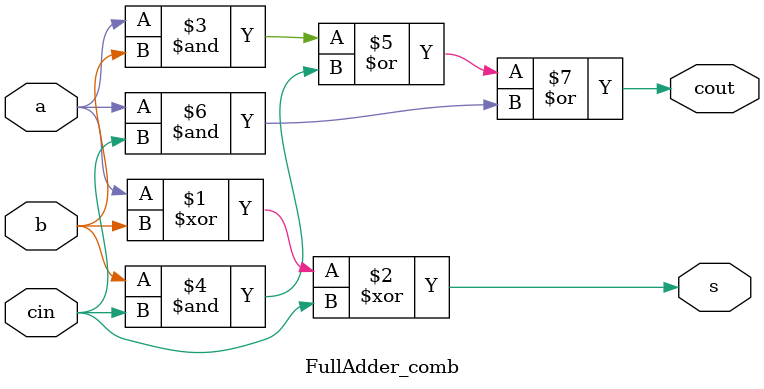
<source format=v>
module FullAdder_comb(a, b, cin, s, cout);

input a, b, cin;
output s, cout;

assign s = a ^ b ^ cin;

assign cout = (a&b) | (b&cin) | (a&cin);


endmodule
</source>
